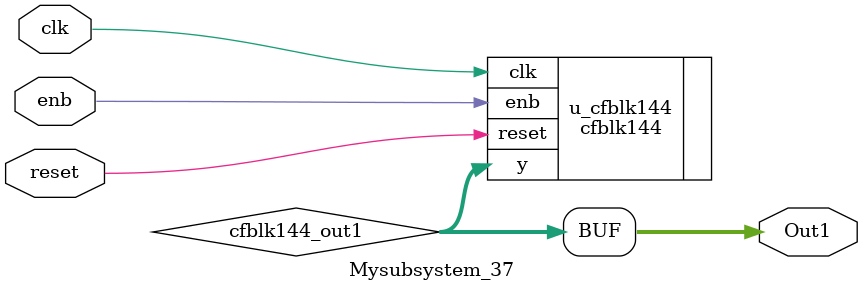
<source format=v>



`timescale 1 ns / 1 ns

module Mysubsystem_37
          (clk,
           reset,
           enb,
           Out1);


  input   clk;
  input   reset;
  input   enb;
  output  [7:0] Out1;  // uint8


  wire [7:0] cfblk144_out1;  // uint8


  cfblk144 u_cfblk144 (.clk(clk),
                       .reset(reset),
                       .enb(enb),
                       .y(cfblk144_out1)  // uint8
                       );

  assign Out1 = cfblk144_out1;

endmodule  // Mysubsystem_37


</source>
